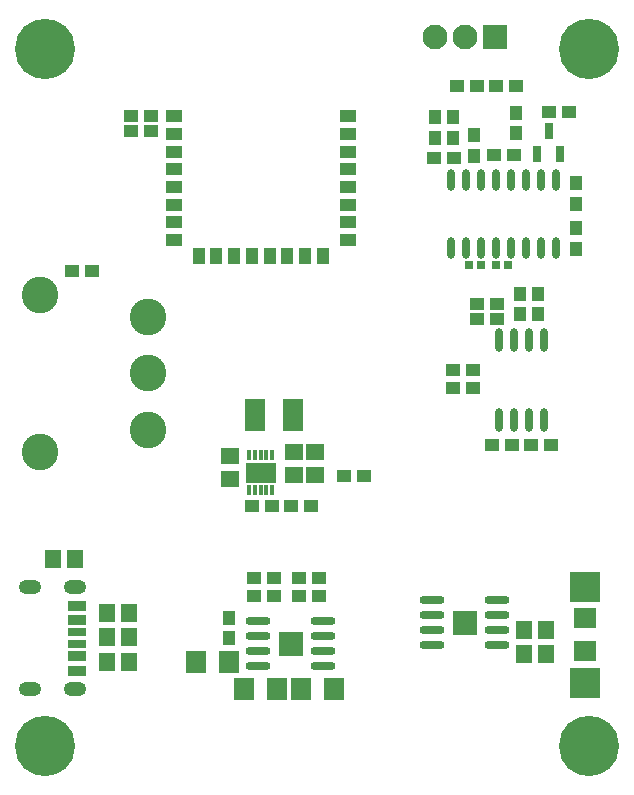
<source format=gts>
G04*
G04 #@! TF.GenerationSoftware,Altium Limited,Altium Designer,22.1.2 (22)*
G04*
G04 Layer_Color=8388736*
%FSLAX24Y24*%
%MOIN*%
G70*
G04*
G04 #@! TF.SameCoordinates,162C4C40-B8F5-4961-9C55-0291AD4F2388*
G04*
G04*
G04 #@! TF.FilePolarity,Negative*
G04*
G01*
G75*
%ADD38R,0.0669X0.0748*%
%ADD39R,0.1016X0.0681*%
%ADD40R,0.0551X0.0630*%
%ADD41R,0.0472X0.0433*%
%ADD42R,0.0433X0.0551*%
%ADD43R,0.0551X0.0433*%
%ADD44R,0.0315X0.0531*%
%ADD45R,0.0433X0.0472*%
%ADD46O,0.0276X0.0787*%
%ADD47O,0.0260X0.0726*%
%ADD48R,0.0669X0.1063*%
%ADD49R,0.0276X0.0295*%
%ADD50R,0.0630X0.0551*%
G04:AMPARAMS|DCode=51|XSize=35.8mil|YSize=14.2mil|CornerRadius=3.2mil|HoleSize=0mil|Usage=FLASHONLY|Rotation=270.000|XOffset=0mil|YOffset=0mil|HoleType=Round|Shape=RoundedRectangle|*
%AMROUNDEDRECTD51*
21,1,0.0358,0.0077,0,0,270.0*
21,1,0.0293,0.0142,0,0,270.0*
1,1,0.0065,-0.0038,-0.0147*
1,1,0.0065,-0.0038,0.0147*
1,1,0.0065,0.0038,0.0147*
1,1,0.0065,0.0038,-0.0147*
%
%ADD51ROUNDEDRECTD51*%
%ADD52R,0.0827X0.0827*%
%ADD53O,0.0842X0.0265*%
%ADD54R,0.0748X0.0669*%
%ADD55R,0.0630X0.0354*%
%ADD56R,0.0630X0.0339*%
%ADD57R,0.0630X0.0315*%
%ADD58C,0.2008*%
%ADD59C,0.1220*%
%ADD60R,0.0827X0.0827*%
%ADD61C,0.0827*%
%ADD62R,0.0984X0.0984*%
%ADD63O,0.0748X0.0472*%
%ADD64C,0.0276*%
D38*
X9709Y3095D02*
D03*
X10812D02*
D03*
X8912D02*
D03*
X7809D02*
D03*
X7312Y3995D02*
D03*
X6209D02*
D03*
D39*
X8361Y10295D02*
D03*
D40*
X17140Y4242D02*
D03*
X17888D02*
D03*
X17888Y5042D02*
D03*
X17140D02*
D03*
X2172Y7399D02*
D03*
X1424D02*
D03*
X3226Y5600D02*
D03*
X3974D02*
D03*
X3238Y4796D02*
D03*
X3986D02*
D03*
X3985Y3995D02*
D03*
X3237D02*
D03*
D41*
X2065Y17000D02*
D03*
X2735D02*
D03*
X8795Y6795D02*
D03*
X8126D02*
D03*
Y6195D02*
D03*
X8795D02*
D03*
X9626Y6795D02*
D03*
X10295D02*
D03*
X9626Y6195D02*
D03*
X10295D02*
D03*
X14795Y20795D02*
D03*
X14126D02*
D03*
X16196Y23185D02*
D03*
X16865D02*
D03*
X14896D02*
D03*
X15565D02*
D03*
X18635Y22300D02*
D03*
X17965D02*
D03*
X16126Y20895D02*
D03*
X16795D02*
D03*
X4695Y21695D02*
D03*
X4026D02*
D03*
X4026Y22195D02*
D03*
X4695D02*
D03*
X16735Y11203D02*
D03*
X16065D02*
D03*
X18035D02*
D03*
X17365D02*
D03*
X14765Y13703D02*
D03*
X15435D02*
D03*
X14765Y13103D02*
D03*
X15435D02*
D03*
X16235Y15403D02*
D03*
X15565D02*
D03*
X15565Y15903D02*
D03*
X16235D02*
D03*
X11795Y10195D02*
D03*
X11126D02*
D03*
X9386Y9195D02*
D03*
X10055D02*
D03*
X8086D02*
D03*
X8755D02*
D03*
D42*
X6292Y17521D02*
D03*
X6882D02*
D03*
X7472D02*
D03*
X8062D02*
D03*
X8662D02*
D03*
X9252D02*
D03*
X9842D02*
D03*
X10432D02*
D03*
D43*
X5463Y22185D02*
D03*
Y21585D02*
D03*
Y20995D02*
D03*
Y20405D02*
D03*
Y19815D02*
D03*
Y19225D02*
D03*
Y18635D02*
D03*
Y18045D02*
D03*
X11261Y22185D02*
D03*
Y21585D02*
D03*
Y20995D02*
D03*
Y20405D02*
D03*
Y19815D02*
D03*
Y19225D02*
D03*
Y18635D02*
D03*
Y18045D02*
D03*
D44*
X17961Y21689D02*
D03*
X18335Y20902D02*
D03*
X17587D02*
D03*
D45*
X18861Y19930D02*
D03*
Y19261D02*
D03*
X16860Y21605D02*
D03*
Y22275D02*
D03*
X15461Y21530D02*
D03*
Y20861D02*
D03*
X14761Y21461D02*
D03*
Y22130D02*
D03*
X14161Y21461D02*
D03*
Y22130D02*
D03*
X18861Y18430D02*
D03*
Y17761D02*
D03*
X17600Y16238D02*
D03*
Y15568D02*
D03*
X17000Y16238D02*
D03*
Y15568D02*
D03*
X7300Y4765D02*
D03*
Y5435D02*
D03*
D46*
X17800Y14700D02*
D03*
X17300D02*
D03*
X16800D02*
D03*
X16300D02*
D03*
X17800Y12062D02*
D03*
X17300D02*
D03*
X16800D02*
D03*
X16300D02*
D03*
D47*
X18213Y20052D02*
D03*
X17713D02*
D03*
X17213D02*
D03*
X16713D02*
D03*
X16213D02*
D03*
X15713D02*
D03*
X15213D02*
D03*
X14713D02*
D03*
X18213Y17790D02*
D03*
X17713D02*
D03*
X17213D02*
D03*
X16713D02*
D03*
X16213D02*
D03*
X15713D02*
D03*
X15213D02*
D03*
X14713D02*
D03*
D48*
X8175Y12209D02*
D03*
X9435D02*
D03*
D49*
X16597Y17200D02*
D03*
X16203D02*
D03*
X15697D02*
D03*
X15303D02*
D03*
D50*
X9461Y10221D02*
D03*
Y10969D02*
D03*
X10161Y10221D02*
D03*
Y10969D02*
D03*
X7354Y10838D02*
D03*
Y10090D02*
D03*
D51*
X8754Y10864D02*
D03*
X8557D02*
D03*
X8361D02*
D03*
X8164D02*
D03*
X7967D02*
D03*
Y9726D02*
D03*
X8164D02*
D03*
X8361D02*
D03*
X8557D02*
D03*
X8754D02*
D03*
D52*
X9361Y4595D02*
D03*
X15164Y5292D02*
D03*
D53*
X10451Y3845D02*
D03*
Y4345D02*
D03*
Y4845D02*
D03*
Y5345D02*
D03*
X8270Y3845D02*
D03*
Y4345D02*
D03*
Y4845D02*
D03*
Y5345D02*
D03*
X16254Y4542D02*
D03*
Y5042D02*
D03*
Y5542D02*
D03*
Y6042D02*
D03*
X14074Y4542D02*
D03*
Y5042D02*
D03*
Y5542D02*
D03*
Y6042D02*
D03*
D54*
X19164Y4341D02*
D03*
Y5443D02*
D03*
D55*
X2229Y5856D02*
D03*
Y3691D02*
D03*
D56*
Y5372D02*
D03*
Y4175D02*
D03*
D57*
Y4970D02*
D03*
Y4576D02*
D03*
D58*
X1181Y24409D02*
D03*
X19291D02*
D03*
Y1181D02*
D03*
X1181D02*
D03*
D59*
X998Y16216D02*
D03*
X4620Y15487D02*
D03*
Y13598D02*
D03*
Y11708D02*
D03*
X998Y10980D02*
D03*
D60*
X16160Y24820D02*
D03*
D61*
X15160D02*
D03*
X14160D02*
D03*
D62*
X19164Y6492D02*
D03*
Y3292D02*
D03*
D63*
X674Y6474D02*
D03*
X674Y3073D02*
D03*
X2170Y6474D02*
D03*
Y3073D02*
D03*
D64*
X9164Y4398D02*
D03*
Y4792D02*
D03*
X9557D02*
D03*
Y4398D02*
D03*
X14967Y5095D02*
D03*
Y5489D02*
D03*
X15361D02*
D03*
Y5095D02*
D03*
M02*

</source>
